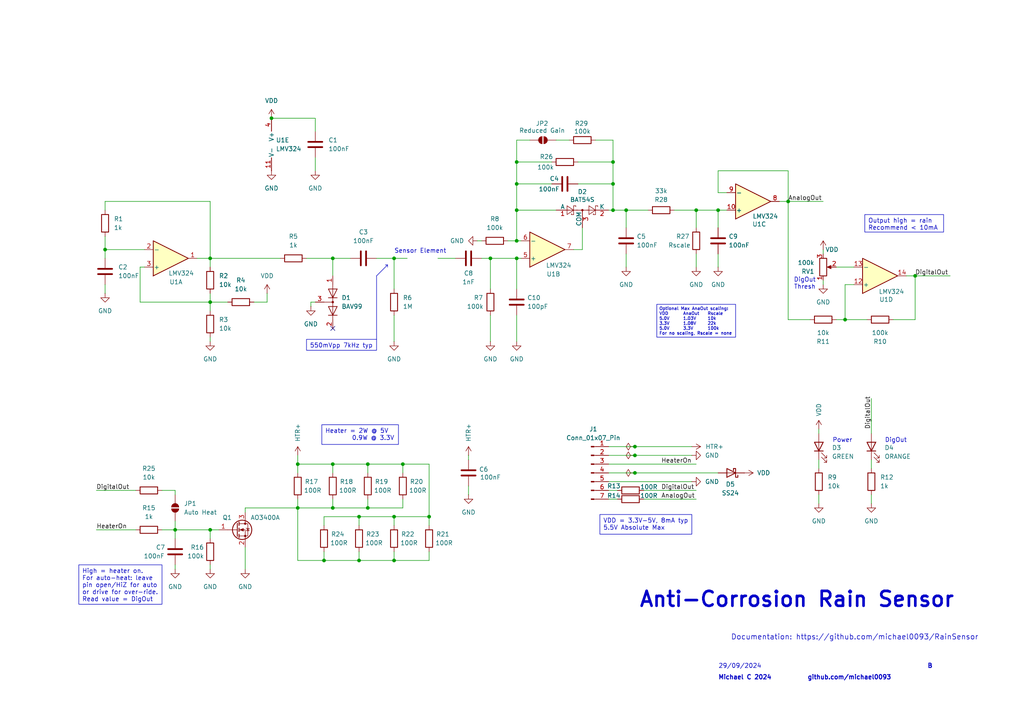
<source format=kicad_sch>
(kicad_sch (version 20231120) (generator "eeschema") (generator_version "8.0")
  (paper "A4")
  (lib_symbols
    (symbol "Amplifier_Operational:LMV324" (pin_names (offset 0.127))
      (property "Reference" "U" (at 0 5.08 0))
      (property "Value" "LMV324" (at 0 -5.08 0))
      (symbol "LMV324_1_1"
        (polyline (pts (xy -5.08 5.08) (xy 5.08 0) (xy -5.08 -5.08) (xy -5.08 5.08)) (stroke (width 0.254)) (fill (type background)))
        (pin output line (at 7.62 0 180) (length 2.54) (name "~") (number "1"))
        (pin input line (at -7.62 -2.54 0) (length 2.54) (name "-") (number "2"))
        (pin input line (at -7.62 2.54 0) (length 2.54) (name "+") (number "3"))
      )
      (symbol "LMV324_2_1"
        (polyline (pts (xy -5.08 5.08) (xy 5.08 0) (xy -5.08 -5.08) (xy -5.08 5.08)) (stroke (width 0.254)) (fill (type background)))
        (pin input line (at -7.62 2.54 0) (length 2.54) (name "+") (number "5"))
        (pin input line (at -7.62 -2.54 0) (length 2.54) (name "-") (number "6"))
        (pin output line (at 7.62 0 180) (length 2.54) (name "~") (number "7"))
      )
      (symbol "LMV324_3_1"
        (polyline (pts (xy -5.08 5.08) (xy 5.08 0) (xy -5.08 -5.08) (xy -5.08 5.08)) (stroke (width 0.254)) (fill (type background)))
        (pin input line (at -7.62 2.54 0) (length 2.54) (name "+") (number "10"))
        (pin output line (at 7.62 0 180) (length 2.54) (name "~") (number "8"))
        (pin input line (at -7.62 -2.54 0) (length 2.54) (name "-") (number "9"))
      )
      (symbol "LMV324_4_1"
        (polyline (pts (xy -5.08 5.08) (xy 5.08 0) (xy -5.08 -5.08) (xy -5.08 5.08)) (stroke (width 0.254)) (fill (type background)))
        (pin input line (at -7.62 2.54 0) (length 2.54) (name "+") (number "12"))
        (pin input line (at -7.62 -2.54 0) (length 2.54) (name "-") (number "13"))
        (pin output line (at 7.62 0 180) (length 2.54) (name "~") (number "14"))
      )
      (symbol "LMV324_5_1"
        (pin power_in line (at -2.54 -7.62 90) (length 3.81) (name "V-") (number "11"))
        (pin power_in line (at -2.54 7.62 270) (length 3.81) (name "V+") (number "4"))
      )
    )
    (symbol "Connector:Conn_01x07_Pin" (pin_names (offset 1.016) hide)
      (property "Reference" "J" (at 0 10.16 0))
      (property "Value" "Conn_01x07_Pin" (at 0 -10.16 0))
      (symbol "Conn_01x07_Pin_1_1"
        (polyline (pts (xy 1.27 -7.62) (xy 0.8636 -7.62)) (stroke (width 0.1524)))
        (polyline (pts (xy 1.27 -5.08) (xy 0.8636 -5.08)) (stroke (width 0.1524)))
        (polyline (pts (xy 1.27 -2.54) (xy 0.8636 -2.54)) (stroke (width 0.1524)))
        (polyline (pts (xy 1.27 0) (xy 0.8636 0)) (stroke (width 0.1524)))
        (polyline (pts (xy 1.27 2.54) (xy 0.8636 2.54)) (stroke (width 0.1524)))
        (polyline (pts (xy 1.27 5.08) (xy 0.8636 5.08)) (stroke (width 0.1524)))
        (polyline (pts (xy 1.27 7.62) (xy 0.8636 7.62)) (stroke (width 0.1524)))
        (rectangle (start 0.8636 -7.493) (end 0 -7.747) (stroke (width 0.1524)) (fill (type outline)))
        (rectangle (start 0.8636 -4.953) (end 0 -5.207) (stroke (width 0.1524)) (fill (type outline)))
        (rectangle (start 0.8636 -2.413) (end 0 -2.667) (stroke (width 0.1524)) (fill (type outline)))
        (rectangle (start 0.8636 0.127) (end 0 -0.127) (stroke (width 0.1524)) (fill (type outline)))
        (rectangle (start 0.8636 2.667) (end 0 2.413) (stroke (width 0.1524)) (fill (type outline)))
        (rectangle (start 0.8636 5.207) (end 0 4.953) (stroke (width 0.1524)) (fill (type outline)))
        (rectangle (start 0.8636 7.747) (end 0 7.493) (stroke (width 0.1524)) (fill (type outline)))
        (pin passive line (at 5.08 7.62 180) (length 3.81) (name "Pin_1") (number "1"))
        (pin passive line (at 5.08 5.08 180) (length 3.81) (name "Pin_2") (number "2"))
        (pin passive line (at 5.08 2.54 180) (length 3.81) (name "Pin_3") (number "3"))
        (pin passive line (at 5.08 0 180) (length 3.81) (name "Pin_4") (number "4"))
        (pin passive line (at 5.08 -2.54 180) (length 3.81) (name "Pin_5") (number "5"))
        (pin passive line (at 5.08 -5.08 180) (length 3.81) (name "Pin_6") (number "6"))
        (pin passive line (at 5.08 -7.62 180) (length 3.81) (name "Pin_7") (number "7"))
      )
    )
    (symbol "Device:C" (pin_numbers hide) (pin_names (offset 0.254))
      (property "Reference" "C" (at 0.635 2.54 0))
      (property "Value" "C" (at 0.635 -2.54 0))
      (symbol "C_0_1"
        (polyline (pts (xy -2.032 -0.762) (xy 2.032 -0.762)) (stroke (width 0.508)))
        (polyline (pts (xy -2.032 0.762) (xy 2.032 0.762)) (stroke (width 0.508)))
      )
      (symbol "C_1_1"
        (pin passive line (at 0 3.81 270) (length 2.794) (name "~") (number "1"))
        (pin passive line (at 0 -3.81 90) (length 2.794) (name "~") (number "2"))
      )
    )
    (symbol "Device:LED" (pin_numbers hide) (pin_names (offset 1.016) hide)
      (property "Reference" "D" (at 0 2.54 0))
      (property "Value" "LED" (at 0 -2.54 0))
      (symbol "LED_0_1"
        (polyline (pts (xy -1.27 -1.27) (xy -1.27 1.27)) (stroke (width 0.254)))
        (polyline (pts (xy -1.27 0) (xy 1.27 0)))
        (polyline (pts (xy 1.27 -1.27) (xy 1.27 1.27) (xy -1.27 0) (xy 1.27 -1.27)) (stroke (width 0.254)))
        (polyline (pts (xy -3.048 -0.762) (xy -4.572 -2.286) (xy -3.81 -2.286) (xy -4.572 -2.286) (xy -4.572 -1.524)))
        (polyline (pts (xy -1.778 -0.762) (xy -3.302 -2.286) (xy -2.54 -2.286) (xy -3.302 -2.286) (xy -3.302 -1.524)))
      )
      (symbol "LED_1_1"
        (pin passive line (at -3.81 0 0) (length 2.54) (name "K") (number "1"))
        (pin passive line (at 3.81 0 180) (length 2.54) (name "A") (number "2"))
      )
    )
    (symbol "Device:R" (pin_numbers hide) (pin_names (offset 0))
      (property "Reference" "R" (at 2.032 0 90))
      (property "Value" "R" (at 0 0 90))
      (symbol "R_0_1"
        (rectangle (start -1.016 -2.54) (end 1.016 2.54) (stroke (width 0.254)))
      )
      (symbol "R_1_1"
        (pin passive line (at 0 3.81 270) (length 1.27) (name "~") (number "1"))
        (pin passive line (at 0 -3.81 90) (length 1.27) (name "~") (number "2"))
      )
    )
    (symbol "Device:R_Potentiometer" (pin_names (offset 1.016) hide)
      (property "Reference" "RV" (at -4.445 0 90))
      (property "Value" "R_Potentiometer" (at -2.54 0 90))
      (symbol "R_Potentiometer_0_1"
        (polyline (pts (xy 2.54 0) (xy 1.524 0)))
        (polyline (pts (xy 1.143 0) (xy 2.286 0.508) (xy 2.286 -0.508) (xy 1.143 0)) (fill (type outline)))
        (rectangle (start 1.016 2.54) (end -1.016 -2.54) (stroke (width 0.254)))
      )
      (symbol "R_Potentiometer_1_1"
        (pin passive line (at 0 3.81 270) (length 1.27) (name "1") (number "1"))
        (pin passive line (at 3.81 0 180) (length 1.27) (name "2") (number "2"))
        (pin passive line (at 0 -3.81 90) (length 1.27) (name "3") (number "3"))
      )
    )
    (symbol "Diode:BAT54S" (pin_names (offset 0))
      (property "Reference" "D" (at 2.54 -5.08 0))
      (property "Value" "BAT54S" (at -6.35 3.175 0))
      (symbol "BAT54S_0_1"
        (polyline (pts (xy -3.81 0) (xy -1.27 0)))
        (polyline (pts (xy -3.175 -1.27) (xy -3.175 -1.016)))
        (polyline (pts (xy -2.54 -1.27) (xy -3.175 -1.27)))
        (polyline (pts (xy -2.54 -1.27) (xy -2.54 1.27)))
        (polyline (pts (xy -2.54 1.27) (xy -1.905 1.27)))
        (polyline (pts (xy -1.905 0) (xy 1.905 0)))
        (polyline (pts (xy -1.905 1.27) (xy -1.905 1.016)))
        (polyline (pts (xy 1.27 0) (xy 3.81 0)))
        (polyline (pts (xy 3.175 -1.27) (xy 3.175 -1.016)))
        (polyline (pts (xy 3.81 -1.27) (xy 3.175 -1.27)))
        (polyline (pts (xy 3.81 -1.27) (xy 3.81 1.27)))
        (polyline (pts (xy 3.81 1.27) (xy 4.445 1.27)))
        (polyline (pts (xy 4.445 1.27) (xy 4.445 1.016)))
        (polyline (pts (xy -4.445 1.27) (xy -4.445 -1.27) (xy -2.54 0) (xy -4.445 1.27)))
        (polyline (pts (xy 1.905 1.27) (xy 1.905 -1.27) (xy 3.81 0) (xy 1.905 1.27)))
        (circle (center 0 0) (radius 0.254) (fill (type outline)))
      )
      (symbol "BAT54S_1_1"
        (pin passive line (at -7.62 0 0) (length 3.81) (name "A") (number "1"))
        (pin passive line (at 7.62 0 180) (length 3.81) (name "K") (number "2"))
        (pin passive line (at 0 -5.08 90) (length 5.08) (name "COM") (number "3"))
      )
    )
    (symbol "Diode:BAV99" (pin_names hide)
      (property "Reference" "D" (at 0 5.08 0))
      (property "Value" "BAV99" (at 0 2.54 0))
      (symbol "BAV99_0_1"
        (polyline (pts (xy -5.08 0) (xy 5.08 0)))
      )
      (symbol "BAV99_1_1"
        (polyline (pts (xy 0 0) (xy 0 -2.54)))
        (polyline (pts (xy -1.27 -1.27) (xy -1.27 1.27) (xy -1.27 1.27)) (stroke (width 0.2032)))
        (polyline (pts (xy 3.81 1.27) (xy 3.81 -1.27) (xy 3.81 -1.27)) (stroke (width 0.2032)))
        (polyline (pts (xy -3.81 1.27) (xy -1.27 0) (xy -3.81 -1.27) (xy -3.81 1.27) (xy -3.81 1.27) (xy -3.81 1.27)) (stroke (width 0.2032)))
        (polyline (pts (xy 1.27 1.27) (xy 3.81 0) (xy 1.27 -1.27) (xy 1.27 1.27) (xy 1.27 1.27) (xy 1.27 1.27)) (stroke (width 0.2032)))
        (circle (center 0 0) (radius 0.254) (fill (type outline)))
        (pin passive line (at -7.62 0 0) (length 2.54) (name "K") (number "1"))
        (pin passive line (at 7.62 0 180) (length 2.54) (name "A") (number "2"))
        (pin passive line (at 0 -5.08 90) (length 2.54) (name "K") (number "3"))
      )
    )
    (symbol "Diode:SS24" (pin_numbers hide) (pin_names (offset 1.016) hide)
      (property "Reference" "D" (at 0 2.54 0))
      (property "Value" "SS24" (at 0 -2.54 0))
      (symbol "SS24_0_1"
        (polyline (pts (xy 1.27 0) (xy -1.27 0)))
        (polyline (pts (xy 1.27 1.27) (xy 1.27 -1.27) (xy -1.27 0) (xy 1.27 1.27)) (stroke (width 0.254)))
        (polyline (pts (xy -1.905 0.635) (xy -1.905 1.27) (xy -1.27 1.27) (xy -1.27 -1.27) (xy -0.635 -1.27) (xy -0.635 -0.635)) (stroke (width 0.254)))
      )
      (symbol "SS24_1_1"
        (pin passive line (at -3.81 0 0) (length 2.54) (name "K") (number "1"))
        (pin passive line (at 3.81 0 180) (length 2.54) (name "A") (number "2"))
      )
    )
    (symbol "Jumper:SolderJumper_2_Open" (pin_numbers hide) (pin_names (offset 0) hide) (exclude_from_sim yes) (in_bom no)
      (property "Reference" "JP" (at 0 2.032 0))
      (property "Value" "SolderJumper_2_Open" (at 0 -2.54 0))
      (symbol "SolderJumper_2_Open_0_1"
        (arc (start -0.254 1.016) (mid -1.2656 0) (end -0.254 -1.016))
        (arc (start -0.254 1.016) (mid -1.2656 0) (end -0.254 -1.016) (fill (type outline)))
        (polyline (pts (xy -0.254 1.016) (xy -0.254 -1.016)))
        (polyline (pts (xy 0.254 1.016) (xy 0.254 -1.016)))
        (arc (start 0.254 -1.016) (mid 1.2656 0) (end 0.254 1.016))
        (arc (start 0.254 -1.016) (mid 1.2656 0) (end 0.254 1.016) (fill (type outline)))
      )
      (symbol "SolderJumper_2_Open_1_1"
        (pin passive line (at -3.81 0 0) (length 2.54) (name "A") (number "1"))
        (pin passive line (at 3.81 0 180) (length 2.54) (name "B") (number "2"))
      )
    )
    (symbol "Transistor_FET:AO3400A" (pin_names hide)
      (property "Reference" "Q" (at 5.08 1.905 0))
      (property "Value" "AO3400A" (at 5.08 0 0))
      (symbol "AO3400A_0_1"
        (polyline (pts (xy 0.254 0) (xy -2.54 0)))
        (polyline (pts (xy 0.254 1.905) (xy 0.254 -1.905)) (stroke (width 0.254)))
        (polyline (pts (xy 0.762 -1.27) (xy 0.762 -2.286)) (stroke (width 0.254)))
        (polyline (pts (xy 0.762 0.508) (xy 0.762 -0.508)) (stroke (width 0.254)))
        (polyline (pts (xy 0.762 2.286) (xy 0.762 1.27)) (stroke (width 0.254)))
        (polyline (pts (xy 2.54 2.54) (xy 2.54 1.778)))
        (polyline (pts (xy 2.54 -2.54) (xy 2.54 0) (xy 0.762 0)))
        (polyline (pts (xy 0.762 -1.778) (xy 3.302 -1.778) (xy 3.302 1.778) (xy 0.762 1.778)))
        (polyline (pts (xy 1.016 0) (xy 2.032 0.381) (xy 2.032 -0.381) (xy 1.016 0)) (fill (type outline)))
        (polyline (pts (xy 2.794 0.508) (xy 2.921 0.381) (xy 3.683 0.381) (xy 3.81 0.254)))
        (polyline (pts (xy 3.302 0.381) (xy 2.921 -0.254) (xy 3.683 -0.254) (xy 3.302 0.381)))
        (circle (center 1.651 0) (radius 2.794) (stroke (width 0.254)))
        (circle (center 2.54 -1.778) (radius 0.254) (fill (type outline)))
        (circle (center 2.54 1.778) (radius 0.254) (fill (type outline)))
      )
      (symbol "AO3400A_1_1"
        (pin input line (at -5.08 0 0) (length 2.54) (name "G") (number "1"))
        (pin passive line (at 2.54 -5.08 90) (length 2.54) (name "S") (number "2"))
        (pin passive line (at 2.54 5.08 270) (length 2.54) (name "D") (number "3"))
      )
    )
    (symbol "power:GND" (power) (pin_numbers hide) (pin_names (offset 0) hide)
      (property "Value" "GND" (at 0 -3.81 0))
      (symbol "GND_0_1"
        (polyline (pts (xy 0 0) (xy 0 -1.27) (xy 1.27 -1.27) (xy 0 -2.54) (xy -1.27 -1.27) (xy 0 -1.27)))
      )
      (symbol "GND_1_1"
        (pin power_in line (at 0 0 270) (length 0) (name "~") (number "1"))
      )
    )
    (symbol "power:PWR_FLAG" (power) (pin_numbers hide) (pin_names (offset 0) hide)
      (property "Value" "PWR_FLAG" (at 0 3.81 0))
      (symbol "PWR_FLAG_0_0"
        (pin power_out line (at 0 0 90) (length 0) (name "~") (number "1"))
      )
      (symbol "PWR_FLAG_0_1"
        (polyline (pts (xy 0 0) (xy 0 1.27) (xy -1.016 1.905) (xy 0 2.54) (xy 1.016 1.905) (xy 0 1.27)))
      )
    )
    (symbol "power:VDD" (power) (pin_numbers hide) (pin_names (offset 0) hide)
      (property "Value" "VDD" (at 0 3.556 0))
      (symbol "VDD_0_1"
        (polyline (pts (xy -0.762 1.27) (xy 0 2.54)))
        (polyline (pts (xy 0 0) (xy 0 2.54)))
        (polyline (pts (xy 0 2.54) (xy 0.762 1.27)))
      )
      (symbol "VDD_1_1"
        (pin power_in line (at 0 0 90) (length 0) (name "~") (number "1"))
      )
    )
  )
  (junction (at 149.86 74.93))
  (junction (at 184.15 129.54))
  (junction (at 208.28 60.96))
  (junction (at 106.68 134.62))
  (junction (at 96.52 74.93))
  (junction (at 228.6 58.42))
  (junction (at 104.14 162.56))
  (junction (at 60.96 87.63))
  (junction (at 177.8 46.99))
  (junction (at 96.52 134.62))
  (junction (at 114.3 74.93))
  (junction (at 86.36 134.62))
  (junction (at 245.11 92.71))
  (junction (at 93.98 162.56))
  (junction (at 142.24 74.93))
  (junction (at 124.46 149.86))
  (junction (at 265.43 80.01))
  (junction (at 78.74 34.29))
  (junction (at 114.3 149.86))
  (junction (at 114.3 162.56))
  (junction (at 181.61 60.96))
  (junction (at 184.15 137.16))
  (junction (at 60.96 74.93))
  (junction (at 177.8 60.96))
  (junction (at 149.86 60.96))
  (junction (at 50.8 153.67))
  (junction (at 86.36 147.32))
  (junction (at 177.8 53.34))
  (junction (at 30.48 72.39))
  (junction (at 201.93 60.96))
  (junction (at 116.84 134.62))
  (junction (at 96.52 147.32))
  (junction (at 104.14 149.86))
  (junction (at 184.15 132.08))
  (junction (at 60.96 153.67))
  (junction (at 149.86 53.34))
  (junction (at 149.86 46.99))
  (junction (at 149.86 69.85))
  (junction (at 106.68 147.32))
  (no_connect (at 96.52 95.25))
  (wire (pts (xy 195.58 60.96) (xy 201.93 60.96)))
  (wire (pts (xy 124.46 162.56) (xy 124.46 160.02)))
  (wire (pts (xy 149.86 46.99) (xy 149.86 53.34)))
  (wire (pts (xy 177.8 60.96) (xy 176.53 60.96)))
  (wire (pts (xy 181.61 60.96) (xy 187.96 60.96)))
  (wire (pts (xy 50.8 142.24) (xy 50.8 143.51)))
  (wire (pts (xy 50.8 163.83) (xy 50.8 165.1)))
  (wire (pts (xy 73.66 87.63) (xy 77.47 87.63)))
  (wire (pts (xy 50.8 153.67) (xy 50.8 156.21)))
  (wire (pts (xy 91.44 38.1) (xy 91.44 34.29)))
  (wire (pts (xy 228.6 58.42) (xy 228.6 49.53)))
  (wire (pts (xy 96.52 144.78) (xy 96.52 147.32)))
  (wire (pts (xy 265.43 80.01) (xy 275.59 80.01)))
  (wire (pts (xy 60.96 74.93) (xy 81.28 74.93)))
  (wire (pts (xy 201.93 60.96) (xy 208.28 60.96)))
  (wire (pts (xy 91.44 87.63) (xy 90.17 87.63)))
  (wire (pts (xy 106.68 134.62) (xy 116.84 134.62)))
  (wire (pts (xy 60.96 74.93) (xy 60.96 58.42)))
  (wire (pts (xy 104.14 149.86) (xy 114.3 149.86)))
  (wire (pts (xy 30.48 72.39) (xy 30.48 74.93)))
  (wire (pts (xy 176.53 142.24) (xy 179.07 142.24)))
  (wire (pts (xy 91.44 49.53) (xy 91.44 45.72)))
  (wire (pts (xy 149.86 91.44) (xy 149.86 99.06)))
  (wire (pts (xy 114.3 162.56) (xy 124.46 162.56)))
  (wire (pts (xy 124.46 134.62) (xy 116.84 134.62)))
  (wire (pts (xy 60.96 85.09) (xy 60.96 87.63)))
  (wire (pts (xy 86.36 137.16) (xy 86.36 134.62)))
  (wire (pts (xy 237.49 125.73) (xy 237.49 124.46)))
  (wire (pts (xy 252.73 143.51) (xy 252.73 146.05)))
  (wire (pts (xy 177.8 40.64) (xy 177.8 46.99)))
  (wire (pts (xy 184.15 132.08) (xy 200.66 132.08)))
  (polyline (pts (xy 111.76 76.835) (xy 112.395 76.835)))
  (wire (pts (xy 60.96 153.67) (xy 60.96 156.21)))
  (wire (pts (xy 181.61 77.47) (xy 181.61 73.66)))
  (wire (pts (xy 186.69 144.78) (xy 201.93 144.78)))
  (wire (pts (xy 57.15 74.93) (xy 60.96 74.93)))
  (wire (pts (xy 226.06 58.42) (xy 228.6 58.42)))
  (wire (pts (xy 30.48 68.58) (xy 30.48 72.39)))
  (wire (pts (xy 116.84 134.62) (xy 116.84 137.16)))
  (wire (pts (xy 27.94 153.67) (xy 39.37 153.67)))
  (wire (pts (xy 176.53 137.16) (xy 184.15 137.16)))
  (wire (pts (xy 124.46 149.86) (xy 124.46 152.4)))
  (wire (pts (xy 93.98 160.02) (xy 93.98 162.56)))
  (wire (pts (xy 96.52 147.32) (xy 86.36 147.32)))
  (wire (pts (xy 91.44 34.29) (xy 78.74 34.29)))
  (wire (pts (xy 166.37 72.39) (xy 168.91 72.39)))
  (wire (pts (xy 86.36 147.32) (xy 86.36 162.56)))
  (wire (pts (xy 149.86 69.85) (xy 151.13 69.85)))
  (wire (pts (xy 167.64 53.34) (xy 177.8 53.34)))
  (wire (pts (xy 30.48 58.42) (xy 30.48 60.96)))
  (wire (pts (xy 262.89 80.01) (xy 265.43 80.01)))
  (wire (pts (xy 149.86 40.64) (xy 149.86 46.99)))
  (wire (pts (xy 135.89 140.97) (xy 135.89 143.51)))
  (wire (pts (xy 93.98 149.86) (xy 104.14 149.86)))
  (wire (pts (xy 181.61 60.96) (xy 181.61 66.04)))
  (wire (pts (xy 208.28 49.53) (xy 208.28 55.88)))
  (wire (pts (xy 27.94 142.24) (xy 39.37 142.24)))
  (wire (pts (xy 114.3 74.93) (xy 109.22 74.93)))
  (wire (pts (xy 60.96 163.83) (xy 60.96 165.1)))
  (wire (pts (xy 201.93 60.96) (xy 201.93 66.04)))
  (wire (pts (xy 50.8 153.67) (xy 46.99 153.67)))
  (wire (pts (xy 90.17 87.63) (xy 90.17 88.9)))
  (wire (pts (xy 176.53 139.7) (xy 200.66 139.7)))
  (wire (pts (xy 104.14 149.86) (xy 104.14 152.4)))
  (wire (pts (xy 71.12 147.32) (xy 86.36 147.32)))
  (wire (pts (xy 252.73 133.35) (xy 252.73 135.89)))
  (wire (pts (xy 251.46 92.71) (xy 245.11 92.71)))
  (wire (pts (xy 86.36 134.62) (xy 96.52 134.62)))
  (wire (pts (xy 106.68 144.78) (xy 106.68 147.32)))
  (wire (pts (xy 96.52 74.93) (xy 101.6 74.93)))
  (wire (pts (xy 114.3 91.44) (xy 114.3 99.06)))
  (wire (pts (xy 86.36 132.08) (xy 86.36 134.62)))
  (wire (pts (xy 96.52 134.62) (xy 96.52 137.16)))
  (wire (pts (xy 106.68 134.62) (xy 106.68 137.16)))
  (wire (pts (xy 60.96 74.93) (xy 60.96 77.47)))
  (wire (pts (xy 176.53 132.08) (xy 184.15 132.08)))
  (wire (pts (xy 104.14 162.56) (xy 114.3 162.56)))
  (wire (pts (xy 149.86 74.93) (xy 149.86 83.82)))
  (wire (pts (xy 160.02 53.34) (xy 149.86 53.34)))
  (wire (pts (xy 228.6 49.53) (xy 208.28 49.53)))
  (wire (pts (xy 237.49 133.35) (xy 237.49 135.89)))
  (wire (pts (xy 116.84 147.32) (xy 106.68 147.32)))
  (wire (pts (xy 181.61 60.96) (xy 177.8 60.96)))
  (wire (pts (xy 127 74.93) (xy 132.08 74.93)))
  (wire (pts (xy 104.14 160.02) (xy 104.14 162.56)))
  (wire (pts (xy 208.28 55.88) (xy 210.82 55.88)))
  (wire (pts (xy 71.12 158.75) (xy 71.12 165.1)))
  (wire (pts (xy 60.96 87.63) (xy 60.96 90.17)))
  (wire (pts (xy 30.48 72.39) (xy 41.91 72.39)))
  (wire (pts (xy 40.64 77.47) (xy 40.64 87.63)))
  (polyline (pts (xy 112.395 76.835) (xy 112.395 77.47)))
  (wire (pts (xy 71.12 148.59) (xy 71.12 147.32)))
  (wire (pts (xy 172.72 40.64) (xy 177.8 40.64)))
  (wire (pts (xy 93.98 162.56) (xy 104.14 162.56)))
  (wire (pts (xy 60.96 58.42) (xy 30.48 58.42)))
  (wire (pts (xy 149.86 46.99) (xy 160.02 46.99)))
  (wire (pts (xy 93.98 152.4) (xy 93.98 149.86)))
  (wire (pts (xy 96.52 80.01) (xy 96.52 74.93)))
  (wire (pts (xy 41.91 77.47) (xy 40.64 77.47)))
  (wire (pts (xy 208.28 60.96) (xy 210.82 60.96)))
  (wire (pts (xy 96.52 134.62) (xy 106.68 134.62)))
  (wire (pts (xy 184.15 137.16) (xy 208.28 137.16)))
  (wire (pts (xy 40.64 87.63) (xy 60.96 87.63)))
  (wire (pts (xy 252.73 115.57) (xy 252.73 125.73)))
  (wire (pts (xy 60.96 97.79) (xy 60.96 99.06)))
  (wire (pts (xy 50.8 151.13) (xy 50.8 153.67)))
  (wire (pts (xy 86.36 144.78) (xy 86.36 147.32)))
  (wire (pts (xy 176.53 144.78) (xy 179.07 144.78)))
  (wire (pts (xy 114.3 160.02) (xy 114.3 162.56)))
  (wire (pts (xy 114.3 74.93) (xy 118.11 74.93)))
  (wire (pts (xy 138.43 69.85) (xy 139.7 69.85)))
  (wire (pts (xy 176.53 129.54) (xy 184.15 129.54)))
  (wire (pts (xy 245.11 82.55) (xy 247.65 82.55)))
  (wire (pts (xy 114.3 149.86) (xy 124.46 149.86)))
  (wire (pts (xy 96.52 74.93) (xy 88.9 74.93)))
  (wire (pts (xy 149.86 40.64) (xy 153.67 40.64)))
  (wire (pts (xy 238.76 72.39) (xy 238.76 73.66)))
  (wire (pts (xy 124.46 134.62) (xy 124.46 149.86)))
  (wire (pts (xy 142.24 74.93) (xy 149.86 74.93)))
  (wire (pts (xy 208.28 60.96) (xy 208.28 66.04)))
  (wire (pts (xy 86.36 162.56) (xy 93.98 162.56)))
  (wire (pts (xy 161.29 40.64) (xy 165.1 40.64)))
  (wire (pts (xy 116.84 144.78) (xy 116.84 147.32)))
  (wire (pts (xy 265.43 80.01) (xy 265.43 92.71)))
  (wire (pts (xy 135.89 132.08) (xy 135.89 133.35)))
  (polyline (pts (xy 109.22 98.425) (xy 109.22 80.01)))
  (wire (pts (xy 149.86 60.96) (xy 149.86 69.85)))
  (wire (pts (xy 66.04 87.63) (xy 60.96 87.63)))
  (wire (pts (xy 142.24 91.44) (xy 142.24 99.06)))
  (wire (pts (xy 238.76 82.55) (xy 238.76 81.28)))
  (wire (pts (xy 114.3 83.82) (xy 114.3 74.93)))
  (wire (pts (xy 184.15 129.54) (xy 200.66 129.54)))
  (wire (pts (xy 30.48 82.55) (xy 30.48 85.09)))
  (wire (pts (xy 63.5 153.67) (xy 60.96 153.67)))
  (wire (pts (xy 106.68 147.32) (xy 96.52 147.32)))
  (wire (pts (xy 176.53 134.62) (xy 201.93 134.62)))
  (wire (pts (xy 46.99 142.24) (xy 50.8 142.24)))
  (wire (pts (xy 142.24 83.82) (xy 142.24 74.93)))
  (wire (pts (xy 265.43 92.71) (xy 259.08 92.71)))
  (wire (pts (xy 149.86 74.93) (xy 151.13 74.93)))
  (wire (pts (xy 161.29 60.96) (xy 149.86 60.96)))
  (wire (pts (xy 147.32 69.85) (xy 149.86 69.85)))
  (wire (pts (xy 228.6 58.42) (xy 238.76 58.42)))
  (wire (pts (xy 186.69 142.24) (xy 201.93 142.24)))
  (wire (pts (xy 60.96 153.67) (xy 50.8 153.67)))
  (wire (pts (xy 234.95 92.71) (xy 228.6 92.71)))
  (wire (pts (xy 168.91 72.39) (xy 168.91 66.04)))
  (wire (pts (xy 177.8 53.34) (xy 177.8 60.96)))
  (wire (pts (xy 242.57 77.47) (xy 247.65 77.47)))
  (wire (pts (xy 142.24 74.93) (xy 139.7 74.93)))
  (wire (pts (xy 208.28 77.47) (xy 208.28 73.66)))
  (wire (pts (xy 177.8 46.99) (xy 177.8 53.34)))
  (wire (pts (xy 237.49 143.51) (xy 237.49 146.05)))
  (polyline (pts (xy 109.22 80.01) (xy 112.395 76.835)))
  (wire (pts (xy 77.47 87.63) (xy 77.47 85.09)))
  (wire (pts (xy 201.93 73.66) (xy 201.93 77.47)))
  (wire (pts (xy 149.86 53.34) (xy 149.86 60.96)))
  (wire (pts (xy 114.3 149.86) (xy 114.3 152.4)))
  (wire (pts (xy 242.57 92.71) (xy 245.11 92.71)))
  (wire (pts (xy 245.11 92.71) (xy 245.11 82.55)))
  (wire (pts (xy 228.6 92.71) (xy 228.6 58.42)))
  (wire (pts (xy 167.64 46.99) (xy 177.8 46.99)))
  (text_box "Optional Max AnaOut scaling:\nVDD		AnaOut	Rscale\n5.0V	1.03V	10k\n3.3V	1.08V	22k\n5.0V	3.3V	100k\nFor no scaling, Rscale = none" (at 190.5 88.265 0) (size 22.86 9.525) (effects (font (size 0.889 0.889)) (justify left top)))
  (text_box "Heater = 2W @ 5V \n        0.9W @ 3.3V" (at 93.345 123.19 0) (size 22.225 5.715) (effects (font (size 1.27 1.27)) (justify left top)))
  (text_box "Output high = rain\nRecommend < 10mA" (at 250.825 62.23 0) (size 22.86 5.08) (effects (font (size 1.27 1.27)) (justify left top)))
  (text_box "VDD = 3.3V-5V, 8mA typ\n5.5V Absolute Max" (at 173.99 149.225 0) (size 26.67 5.715) (effects (font (size 1.27 1.27)) (justify left top)))
  (text_box "550mVpp 7kHz typ" (at 88.9 98.425 0) (size 20.32 3.175) (effects (font (size 1.27 1.27)) (justify left top)))
  (text_box "High = heater on.\nFor auto-heat: leave pin open/HiZ for auto or drive for over-ride. Read value = DigOut" (at 22.86 163.83 0) (size 24.13 11.43) (effects (font (size 1.27 1.27)) (justify left top)))
  (text "29/09/2024" (at 214.63 193.294 0) (effects (font (size 1.27 1.27))))
  (text "Documentation: https://github.com/michael0093/RainSensor" (at 247.904 184.912 0) (effects (font (size 1.524 1.524))))
  (text "Power" (at 244.348 127.762 0) (effects (font (size 1.27 1.27))))
  (text "DigOut" (at 259.842 127.762 0) (effects (font (size 1.27 1.27))))
  (text "B" (at 269.748 193.294 0) (effects (font (size 1.27 1.27) (thickness 0.254) (bold yes))))
  (text "Michael C 2024           github.com/michael0093" (at 233.426 196.596 0) (effects (font (size 1.27 1.27) (thickness 0.254) (bold yes))))
  (text "Sensor Element" (at 121.92 72.898 0) (effects (font (size 1.27 1.27))))
  (text "Anti-Corrosion Rain Sensor" (at 231.14 173.99 0) (effects (font (size 4.318 4.318) (thickness 0.762) (bold yes))))
  (text "DigOut\nThresh" (at 233.426 82.296 0) (effects (font (size 1.27 1.27))))
  (label "HeaterOn" (at 36.83 153.67 180))
  (label "AnalogOut" (at 191.77 144.78 0))
  (label "DigitalOut" (at 191.77 142.24 0))
  (label "AnalogOut" (at 228.6 58.42 0))
  (label "HeaterOn" (at 191.77 134.62 0))
  (label "DigitalOut" (at 27.94 142.24 0))
  (label "DigitalOut" (at 252.73 124.46 90))
  (label "DigitalOut" (at 265.43 80.01 0))
  (symbol (lib_id "Device:R") (at 255.27 92.71 90) (mirror x) (unit 1)
    (property "Reference" "R10" (at 255.27 99.06 90))
    (property "Value" "100k" (at 255.27 96.52 90))
    (property "Footprint" "Resistor_SMD:R_0603_1608Metric" (effects (hide yes)))
    (property "Description" "Resistor" (effects (hide yes)))
  )
  (symbol (lib_id "power:GND") (at 200.66 132.08 90) (mirror x) (unit 1)
    (property "Reference" "#PWR017" (effects (hide yes)))
    (property "Value" "GND" (at 204.47 132.0799 90) (effects (justify right)))
    (property "Description" "Power symbol creates a global label with name \"GND\" , ground" (effects (hide yes)))
  )
  (symbol (lib_id "Device:C") (at 50.8 160.02 0) (mirror x) (unit 1)
    (property "Reference" "C7" (at 45.212 158.75 0) (effects (justify left)))
    (property "Value" "100nF" (at 41.656 161.29 0) (effects (justify left)))
    (property "Footprint" "Capacitor_SMD:C_0603_1608Metric" (effects (hide yes)))
    (property "Description" "Unpolarized capacitor" (effects (hide yes)))
  )
  (symbol (lib_id "Device:C") (at 30.48 78.74 0) (unit 1)
    (property "Reference" "C2" (at 34.29 77.4699 0) (effects (justify left)))
    (property "Value" "100nF" (at 34.29 80.0099 0) (effects (justify left)))
    (property "Footprint" "Capacitor_SMD:C_0603_1608Metric" (effects (hide yes)))
    (property "Description" "Unpolarized capacitor" (effects (hide yes)))
  )
  (symbol (lib_id "Device:C") (at 135.89 137.16 0) (unit 1)
    (property "Reference" "C6" (at 138.938 136.144 0) (effects (justify left)))
    (property "Value" "100nF" (at 139.192 138.43 0) (effects (justify left)))
    (property "Footprint" "Capacitor_SMD:C_0603_1608Metric" (effects (hide yes)))
    (property "Description" "Unpolarized capacitor" (effects (hide yes)))
  )
  (symbol (lib_id "power:GND") (at 135.89 143.51 0) (mirror y) (unit 1)
    (property "Reference" "#PWR025" (effects (hide yes)))
    (property "Value" "GND" (at 135.89 148.59 0))
    (property "Description" "Power symbol creates a global label with name \"GND\" , ground" (effects (hide yes)))
  )
  (symbol (lib_id "power:GND") (at 252.73 146.05 0) (mirror y) (unit 1)
    (property "Reference" "#PWR021" (effects (hide yes)))
    (property "Value" "GND" (at 252.73 151.13 0))
    (property "Description" "Power symbol creates a global label with name \"GND\" , ground" (effects (hide yes)))
  )
  (symbol (lib_id "Amplifier_Operational:LMV324") (at 49.53 74.93 0) (mirror x) (unit 1)
    (property "Reference" "U1" (at 51.054 81.788 0))
    (property "Value" "LMV324" (at 52.578 79.248 0))
    (property "Footprint" "Package_SO:SOIC-14_3.9x8.7mm_P1.27mm" (effects (hide yes)))
    (property "Datasheet" "http://www.ti.com/lit/ds/symlink/lmv324.pdf" (effects (hide yes)))
    (property "Description" "Quad Low-Voltage Rail-to-Rail Output Operational Amplifier, SOIC-14/SSOP-14" (effects (hide yes)))
  )
  (symbol (lib_id "power:GND") (at 30.48 85.09 0) (unit 1)
    (property "Reference" "#PWR03" (effects (hide yes)))
    (property "Value" "GND" (at 30.48 90.17 0))
    (property "Description" "Power symbol creates a global label with name \"GND\" , ground" (effects (hide yes)))
  )
  (symbol (lib_id "power:GND") (at 71.12 165.1 0) (unit 1)
    (property "Reference" "#PWR022" (effects (hide yes)))
    (property "Value" "GND" (at 71.12 170.18 0))
    (property "Description" "Power symbol creates a global label with name \"GND\" , ground" (effects (hide yes)))
  )
  (symbol (lib_id "Device:R") (at 124.46 156.21 180) (unit 1)
    (property "Reference" "R21" (at 126.492 154.94 0) (effects (justify right)))
    (property "Value" "100R" (at 126.238 157.48 0) (effects (justify right)))
    (property "Footprint" "Resistor_SMD:R_1206_3216Metric" (effects (hide yes)))
    (property "Description" "Resistor" (effects (hide yes)))
  )
  (symbol (lib_id "Device:R") (at 69.85 87.63 90) (unit 1)
    (property "Reference" "R4" (at 69.85 81.28 90))
    (property "Value" "10k" (at 69.85 83.82 90))
    (property "Footprint" "Resistor_SMD:R_0603_1608Metric" (effects (hide yes)))
    (property "Description" "Resistor" (effects (hide yes)))
  )
  (symbol (lib_id "Device:R") (at 238.76 92.71 90) (mirror x) (unit 1)
    (property "Reference" "R11" (at 238.76 99.06 90))
    (property "Value" "10k" (at 238.76 96.52 90))
    (property "Footprint" "Resistor_SMD:R_0603_1608Metric" (effects (hide yes)))
    (property "Description" "Resistor" (effects (hide yes)))
  )
  (symbol (lib_id "Device:R") (at 60.96 160.02 0) (mirror x) (unit 1)
    (property "Reference" "R16" (at 59.182 158.75 0) (effects (justify right)))
    (property "Value" "100k" (at 59.182 161.29 0) (effects (justify right)))
    (property "Footprint" "Resistor_SMD:R_0603_1608Metric" (effects (hide yes)))
    (property "Description" "Resistor" (effects (hide yes)))
  )
  (symbol (lib_id "power:PWR_FLAG") (at 184.15 137.16 90) (unit 1)
    (property "Reference" "#FLG03" (effects (hide yes)))
    (property "Value" "PWR_FLAG" (effects (hide yes)))
    (property "Description" "Special symbol for telling ERC where power comes from" (effects (hide yes)))
  )
  (symbol (lib_id "Device:R") (at 142.24 87.63 180) (unit 1)
    (property "Reference" "R7" (at 137.414 86.36 0) (effects (justify right)))
    (property "Value" "100k" (at 135.382 88.9 0) (effects (justify right)))
    (property "Footprint" "Resistor_SMD:R_0603_1608Metric" (effects (hide yes)))
    (property "Description" "Resistor" (effects (hide yes)))
  )
  (symbol (lib_id "Device:C") (at 163.83 53.34 90) (unit 1)
    (property "Reference" "C4" (at 160.782 51.816 90))
    (property "Value" "100nF" (at 159.258 54.864 90))
    (property "Footprint" "Capacitor_SMD:C_0603_1608Metric" (effects (hide yes)))
    (property "Description" "Unpolarized capacitor" (effects (hide yes)))
  )
  (symbol (lib_id "power:GND") (at 50.8 165.1 0) (unit 1)
    (property "Reference" "#PWR024" (effects (hide yes)))
    (property "Value" "GND" (at 50.8 170.18 0))
    (property "Description" "Power symbol creates a global label with name \"GND\" , ground" (effects (hide yes)))
  )
  (symbol (lib_id "Device:C") (at 149.86 87.63 0) (unit 1)
    (property "Reference" "C10" (at 152.908 86.36 0) (effects (justify left)))
    (property "Value" "100pF" (at 152.908 88.9 0) (effects (justify left)))
    (property "Footprint" "Capacitor_SMD:C_0603_1608Metric" (effects (hide yes)))
    (property "Description" "Unpolarized capacitor" (effects (hide yes)))
  )
  (symbol (lib_id "Device:C") (at 91.44 41.91 0) (unit 1)
    (property "Reference" "C1" (at 95.25 40.6399 0) (effects (justify left)))
    (property "Value" "100nF" (at 95.25 43.1799 0) (effects (justify left)))
    (property "Footprint" "Capacitor_SMD:C_0603_1608Metric" (effects (hide yes)))
    (property "Description" "Unpolarized capacitor" (effects (hide yes)))
  )
  (symbol (lib_id "Device:R") (at 116.84 140.97 180) (unit 1)
    (property "Reference" "R20" (at 118.872 139.7 0) (effects (justify right)))
    (property "Value" "100R" (at 118.618 142.24 0) (effects (justify right)))
    (property "Footprint" "Resistor_SMD:R_1206_3216Metric" (effects (hide yes)))
    (property "Description" "Resistor" (effects (hide yes)))
  )
  (symbol (lib_id "power:GND") (at 114.3 99.06 0) (unit 1)
    (property "Reference" "#PWR08" (effects (hide yes)))
    (property "Value" "GND" (at 114.3 104.14 0))
    (property "Description" "Power symbol creates a global label with name \"GND\" , ground" (effects (hide yes)))
  )
  (symbol (lib_id "power:VDD") (at 200.66 129.54 270) (unit 1)
    (property "Reference" "#PWR016" (effects (hide yes)))
    (property "Value" "HTR+" (at 207.264 129.54 90))
    (property "Description" "Power symbol creates a global label with name \"VDD\"" (effects (hide yes)))
  )
  (symbol (lib_id "power:GND") (at 138.43 69.85 270) (mirror x) (unit 1)
    (property "Reference" "#PWR010" (effects (hide yes)))
    (property "Value" "GND" (at 134.62 69.8499 90) (effects (justify right)))
    (property "Description" "Power symbol creates a global label with name \"GND\" , ground" (effects (hide yes)))
  )
  (symbol (lib_id "Device:R") (at 60.96 93.98 0) (unit 1)
    (property "Reference" "R3" (at 63.5 92.7099 0) (effects (justify left)))
    (property "Value" "10k" (at 63.5 95.2499 0) (effects (justify left)))
    (property "Footprint" "Resistor_SMD:R_0603_1608Metric" (effects (hide yes)))
    (property "Description" "Resistor" (effects (hide yes)))
  )
  (symbol (lib_id "Device:R") (at 252.73 139.7 0) (unit 1)
    (property "Reference" "R12" (at 255.27 138.4299 0) (effects (justify left)))
    (property "Value" "1k" (at 255.27 140.9699 0) (effects (justify left)))
    (property "Footprint" "Resistor_SMD:R_0603_1608Metric" (effects (hide yes)))
    (property "Description" "Resistor" (effects (hide yes)))
  )
  (symbol (lib_id "Device:R") (at 85.09 74.93 90) (unit 1)
    (property "Reference" "R5" (at 85.09 68.58 90))
    (property "Value" "1k" (at 85.09 71.12 90))
    (property "Footprint" "Resistor_SMD:R_0603_1608Metric" (effects (hide yes)))
    (property "Description" "Resistor" (effects (hide yes)))
  )
  (symbol (lib_id "power:GND") (at 60.96 99.06 0) (unit 1)
    (property "Reference" "#PWR04" (effects (hide yes)))
    (property "Value" "GND" (at 60.96 104.14 0))
    (property "Description" "Power symbol creates a global label with name \"GND\" , ground" (effects (hide yes)))
  )
  (symbol (lib_id "Device:R") (at 201.93 69.85 180) (unit 1)
    (property "Reference" "R27" (at 196.088 68.58 0) (effects (justify right)))
    (property "Value" "Rscale" (at 193.802 71.12 0) (effects (justify right)))
    (property "Footprint" "Resistor_SMD:R_0603_1608Metric" (effects (hide yes)))
    (property "Description" "Resistor" (effects (hide yes)))
  )
  (symbol (lib_id "power:GND") (at 60.96 165.1 0) (unit 1)
    (property "Reference" "#PWR023" (effects (hide yes)))
    (property "Value" "GND" (at 60.96 170.18 0))
    (property "Description" "Power symbol creates a global label with name \"GND\" , ground" (effects (hide yes)))
  )
  (symbol (lib_id "Device:C") (at 208.28 69.85 0) (unit 1)
    (property "Reference" "C9" (at 211.328 68.58 0) (effects (justify left)))
    (property "Value" "100nF" (at 211.328 71.12 0) (effects (justify left)))
    (property "Footprint" "Capacitor_SMD:C_0603_1608Metric" (effects (hide yes)))
    (property "Description" "Unpolarized capacitor" (effects (hide yes)))
  )
  (symbol (lib_id "power:GND") (at 200.66 139.7 90) (mirror x) (unit 1)
    (property "Reference" "#PWR014" (effects (hide yes)))
    (property "Value" "GND" (at 204.47 139.6999 90) (effects (justify right)))
    (property "Description" "Power symbol creates a global label with name \"GND\" , ground" (effects (hide yes)))
  )
  (symbol (lib_id "Device:R") (at 96.52 140.97 180) (unit 1)
    (property "Reference" "R18" (at 98.552 139.7 0) (effects (justify right)))
    (property "Value" "100R" (at 98.298 142.24 0) (effects (justify right)))
    (property "Footprint" "Resistor_SMD:R_1206_3216Metric" (effects (hide yes)))
    (property "Description" "Resistor" (effects (hide yes)))
  )
  (symbol (lib_id "Device:R") (at 30.48 64.77 0) (unit 1)
    (property "Reference" "R1" (at 33.02 63.4999 0) (effects (justify left)))
    (property "Value" "1k" (at 33.02 66.0399 0) (effects (justify left)))
    (property "Footprint" "Resistor_SMD:R_0603_1608Metric" (effects (hide yes)))
    (property "Description" "Resistor" (effects (hide yes)))
  )
  (symbol (lib_id "Amplifier_Operational:LMV324") (at 81.28 41.91 0) (unit 5)
    (property "Reference" "U1" (at 80.01 40.6399 0) (effects (justify left)))
    (property "Value" "LMV324" (at 80.01 43.1799 0) (effects (justify left)))
    (property "Footprint" "Package_SO:SOIC-14_3.9x8.7mm_P1.27mm" (effects (hide yes)))
    (property "Datasheet" "http://www.ti.com/lit/ds/symlink/lmv324.pdf" (effects (hide yes)))
    (property "Description" "Quad Low-Voltage Rail-to-Rail Output Operational Amplifier, SOIC-14/SSOP-14" (effects (hide yes)))
  )
  (symbol (lib_id "Device:C") (at 181.61 69.85 0) (unit 1)
    (property "Reference" "C5" (at 184.658 68.58 0) (effects (justify left)))
    (property "Value" "100nF" (at 184.658 71.12 0) (effects (justify left)))
    (property "Footprint" "Capacitor_SMD:C_0603_1608Metric" (effects (hide yes)))
    (property "Description" "Unpolarized capacitor" (effects (hide yes)))
  )
  (symbol (lib_id "Jumper:SolderJumper_2_Open") (at 50.8 147.32 90) (unit 1) (exclude_from_sim yes) (in_bom no)
    (property "Reference" "JP1" (at 53.34 146.0499 90) (effects (justify right)))
    (property "Value" "Auto Heat" (at 53.34 148.5899 90) (effects (justify right)))
    (property "Footprint" "Jumper:SolderJumper-2_P1.3mm_Open_TrianglePad1.0x1.5mm" (effects (hide yes)))
    (property "Description" "Solder Jumper, 2-pole, open" (effects (hide yes)))
  )
  (symbol (lib_id "Device:R") (at 143.51 69.85 90) (unit 1)
    (property "Reference" "R8" (at 143.51 63.5 90))
    (property "Value" "100k" (at 143.51 66.04 90))
    (property "Footprint" "Resistor_SMD:R_0603_1608Metric" (effects (hide yes)))
    (property "Description" "Resistor" (effects (hide yes)))
  )
  (symbol (lib_id "Device:R") (at 114.3 156.21 180) (unit 1)
    (property "Reference" "R22" (at 116.332 154.94 0) (effects (justify right)))
    (property "Value" "100R" (at 116.078 157.48 0) (effects (justify right)))
    (property "Footprint" "Resistor_SMD:R_1206_3216Metric" (effects (hide yes)))
    (property "Description" "Resistor" (effects (hide yes)))
  )
  (symbol (lib_id "power:GND") (at 90.17 88.9 0) (unit 1)
    (property "Reference" "#PWR07" (effects (hide yes)))
    (property "Value" "GND" (at 90.17 93.98 0))
    (property "Description" "Power symbol creates a global label with name \"GND\" , ground" (effects (hide yes)))
  )
  (symbol (lib_id "Amplifier_Operational:LMV324") (at 158.75 72.39 0) (mirror x) (unit 2)
    (property "Reference" "U1" (at 160.528 79.502 0))
    (property "Value" "LMV324" (at 162.052 76.962 0))
    (property "Footprint" "Package_SO:SOIC-14_3.9x8.7mm_P1.27mm" (effects (hide yes)))
    (property "Datasheet" "http://www.ti.com/lit/ds/symlink/lmv324.pdf" (effects (hide yes)))
    (property "Description" "Quad Low-Voltage Rail-to-Rail Output Operational Amplifier, SOIC-14/SSOP-14" (effects (hide yes)))
  )
  (symbol (lib_id "Connector:Conn_01x07_Pin") (at 171.45 137.16 0) (unit 1)
    (property "Reference" "J1" (at 172.085 124.46 0))
    (property "Value" "Conn_01x07_Pin" (at 172.085 127 0))
    (property "Footprint" "Connector_Harwin:Harwin_M20-89007xx_1x07_P2.54mm_Horizontal" (effects (hide yes)))
    (property "Description" "Generic connector, single row, 01x07, script generated" (effects (hide yes)))
  )
  (symbol (lib_id "Device:C") (at 105.41 74.93 90) (unit 1)
    (property "Reference" "C3" (at 105.41 67.31 90))
    (property "Value" "100nF" (at 105.41 69.85 90))
    (property "Footprint" "Capacitor_SMD:C_0603_1608Metric" (effects (hide yes)))
    (property "Description" "Unpolarized capacitor" (effects (hide yes)))
  )
  (symbol (lib_id "power:GND") (at 238.76 82.55 0) (mirror y) (unit 1)
    (property "Reference" "#PWR012" (effects (hide yes)))
    (property "Value" "GND" (at 238.76 87.63 0))
    (property "Description" "Power symbol creates a global label with name \"GND\" , ground" (effects (hide yes)))
  )
  (symbol (lib_id "Device:R") (at 191.77 60.96 270) (unit 1)
    (property "Reference" "R28" (at 191.77 57.912 90))
    (property "Value" "33k" (at 191.77 55.372 90))
    (property "Footprint" "Resistor_SMD:R_0603_1608Metric" (effects (hide yes)))
    (property "Description" "Resistor" (effects (hide yes)))
  )
  (symbol (lib_id "Transistor_FET:AO3400A") (at 68.58 153.67 0) (unit 1)
    (property "Reference" "Q1" (at 64.516 150.114 0) (effects (justify left)))
    (property "Value" "AO3400A" (at 72.644 150.114 0) (effects (justify left)))
    (property "Footprint" "Package_TO_SOT_SMD:SOT-23" (effects (hide yes)))
    (property "Datasheet" "http://www.aosmd.com/pdfs/datasheet/AO3400A.pdf" (effects (hide yes)))
    (property "Description" "30V Vds, 5.7A Id, N-Channel MOSFET, SOT-23" (effects (hide yes)))
  )
  (symbol (lib_id "Device:R") (at 106.68 140.97 180) (unit 1)
    (property "Reference" "R19" (at 108.712 139.7 0) (effects (justify right)))
    (property "Value" "100R" (at 108.458 142.24 0) (effects (justify right)))
    (property "Footprint" "Resistor_SMD:R_1206_3216Metric" (effects (hide yes)))
    (property "Description" "Resistor" (effects (hide yes)))
  )
  (symbol (lib_id "power:PWR_FLAG") (at 184.15 132.08 90) (unit 1)
    (property "Reference" "#FLG02" (effects (hide yes)))
    (property "Value" "PWR_FLAG" (effects (hide yes)))
    (property "Description" "Special symbol for telling ERC where power comes from" (effects (hide yes)))
  )
  (symbol (lib_id "power:PWR_FLAG") (at 184.15 129.54 90) (unit 1)
    (property "Reference" "#FLG01" (effects (hide yes)))
    (property "Value" "PWR_FLAG" (effects (hide yes)))
    (property "Description" "Special symbol for telling ERC where power comes from" (effects (hide yes)))
  )
  (symbol (lib_id "Device:R") (at 86.36 140.97 180) (unit 1)
    (property "Reference" "R17" (at 88.392 139.7 0) (effects (justify right)))
    (property "Value" "100R" (at 88.138 142.24 0) (effects (justify right)))
    (property "Footprint" "Resistor_SMD:R_1206_3216Metric" (effects (hide yes)))
    (property "Description" "Resistor" (effects (hide yes)))
  )
  (symbol (lib_id "Device:R") (at 237.49 139.7 0) (unit 1)
    (property "Reference" "R9" (at 240.03 138.4299 0) (effects (justify left)))
    (property "Value" "10k" (at 240.03 140.9699 0) (effects (justify left)))
    (property "Footprint" "Resistor_SMD:R_0603_1608Metric" (effects (hide yes)))
    (property "Description" "Resistor" (effects (hide yes)))
  )
  (symbol (lib_id "power:GND") (at 142.24 99.06 0) (mirror y) (unit 1)
    (property "Reference" "#PWR09" (effects (hide yes)))
    (property "Value" "GND" (at 142.24 104.14 0))
    (property "Description" "Power symbol creates a global label with name \"GND\" , ground" (effects (hide yes)))
  )
  (symbol (lib_id "Device:R") (at 93.98 156.21 180) (unit 1)
    (property "Reference" "R24" (at 96.012 154.94 0) (effects (justify right)))
    (property "Value" "100R" (at 95.758 157.48 0) (effects (justify right)))
    (property "Footprint" "Resistor_SMD:R_1206_3216Metric" (effects (hide yes)))
    (property "Description" "Resistor" (effects (hide yes)))
  )
  (symbol (lib_id "Device:R") (at 182.88 144.78 90) (unit 1)
    (property "Reference" "R14" (at 178.054 143.764 90))
    (property "Value" "100R" (at 188.214 143.764 90))
    (property "Footprint" "Resistor_SMD:R_0603_1608Metric" (effects (hide yes)))
    (property "Description" "Resistor" (effects (hide yes)))
  )
  (symbol (lib_id "power:VDD") (at 77.47 85.09 0) (unit 1)
    (property "Reference" "#PWR06" (effects (hide yes)))
    (property "Value" "VDD" (at 77.47 80.01 0))
    (property "Description" "Power symbol creates a global label with name \"VDD\"" (effects (hide yes)))
  )
  (symbol (lib_id "Device:R") (at 104.14 156.21 180) (unit 1)
    (property "Reference" "R23" (at 106.172 154.94 0) (effects (justify right)))
    (property "Value" "100R" (at 105.918 157.48 0) (effects (justify right)))
    (property "Footprint" "Resistor_SMD:R_1206_3216Metric" (effects (hide yes)))
    (property "Description" "Resistor" (effects (hide yes)))
  )
  (symbol (lib_id "power:VDD") (at 238.76 72.39 0) (unit 1)
    (property "Reference" "#PWR013" (effects (hide yes)))
    (property "Value" "VDD" (at 241.3 72.39 0))
    (property "Description" "Power symbol creates a global label with name \"VDD\"" (effects (hide yes)))
  )
  (symbol (lib_id "Device:R") (at 182.88 142.24 90) (unit 1)
    (property "Reference" "R13" (at 178.054 140.97 90))
    (property "Value" "100R" (at 188.214 141.224 90))
    (property "Footprint" "Resistor_SMD:R_0603_1608Metric" (effects (hide yes)))
    (property "Description" "Resistor" (effects (hide yes)))
  )
  (symbol (lib_id "Device:C") (at 135.89 74.93 270) (unit 1)
    (property "Reference" "C8" (at 135.89 79.248 90))
    (property "Value" "1nF" (at 135.89 81.788 90))
    (property "Footprint" "Capacitor_SMD:C_0603_1608Metric" (effects (hide yes)))
    (property "Description" "Unpolarized capacitor" (effects (hide yes)))
  )
  (symbol (lib_id "Device:R") (at 168.91 40.64 90) (unit 1)
    (property "Reference" "R29" (at 168.656 35.814 90))
    (property "Value" "100k" (at 168.91 38.1 90))
    (property "Footprint" "Resistor_SMD:R_0603_1608Metric" (effects (hide yes)))
    (property "Description" "Resistor" (effects (hide yes)))
  )
  (symbol (lib_id "Device:LED") (at 237.49 129.54 90) (unit 1)
    (property "Reference" "D3" (at 241.3 129.8574 90) (effects (justify right)))
    (property "Value" "GREEN" (at 241.3 132.3974 90) (effects (justify right)))
    (property "Footprint" "LED_SMD:LED_0603_1608Metric" (effects (hide yes)))
    (property "Description" "Light emitting diode" (effects (hide yes)))
  )
  (symbol (lib_id "power:GND") (at 149.86 99.06 0) (mirror y) (unit 1)
    (property "Reference" "#PWR029" (effects (hide yes)))
    (property "Value" "GND" (at 149.86 104.14 0))
    (property "Description" "Power symbol creates a global label with name \"GND\" , ground" (effects (hide yes)))
  )
  (symbol (lib_id "power:GND") (at 208.28 77.47 0) (mirror y) (unit 1)
    (property "Reference" "#PWR027" (effects (hide yes)))
    (property "Value" "GND" (at 208.28 82.55 0))
    (property "Description" "Power symbol creates a global label with name \"GND\" , ground" (effects (hide yes)))
  )
  (symbol (lib_id "Amplifier_Operational:LMV324") (at 218.44 58.42 0) (mirror x) (unit 3)
    (property "Reference" "U1" (at 220.218 65.024 0))
    (property "Value" "LMV324" (at 221.996 62.738 0))
    (property "Footprint" "Package_SO:SOIC-14_3.9x8.7mm_P1.27mm" (effects (hide yes)))
    (property "Datasheet" "http://www.ti.com/lit/ds/symlink/lmv324.pdf" (effects (hide yes)))
    (property "Description" "Quad Low-Voltage Rail-to-Rail Output Operational Amplifier, SOIC-14/SSOP-14" (effects (hide yes)))
  )
  (symbol (lib_id "power:GND") (at 201.93 77.47 0) (mirror y) (unit 1)
    (property "Reference" "#PWR028" (effects (hide yes)))
    (property "Value" "GND" (at 201.93 82.55 0))
    (property "Description" "Power symbol creates a global label with name \"GND\" , ground" (effects (hide yes)))
  )
  (symbol (lib_id "power:VDD") (at 215.9 137.16 270) (unit 1)
    (property "Reference" "#PWR015" (effects (hide yes)))
    (property "Value" "VDD" (at 221.488 137.16 90))
    (property "Description" "Power symbol creates a global label with name \"VDD\"" (effects (hide yes)))
  )
  (symbol (lib_id "power:GND") (at 181.61 77.47 0) (mirror y) (unit 1)
    (property "Reference" "#PWR011" (effects (hide yes)))
    (property "Value" "GND" (at 181.61 82.55 0))
    (property "Description" "Power symbol creates a global label with name \"GND\" , ground" (effects (hide yes)))
  )
  (symbol (lib_id "power:VDD") (at 237.49 124.46 0) (unit 1)
    (property "Reference" "#PWR019" (effects (hide yes)))
    (property "Value" "VDD" (at 237.49 118.872 90))
    (property "Description" "Power symbol creates a global label with name \"VDD\"" (effects (hide yes)))
  )
  (symbol (lib_id "Device:R") (at 163.83 46.99 90) (unit 1)
    (property "Reference" "R26" (at 158.496 45.466 90))
    (property "Value" "100k" (at 158.242 48.514 90))
    (property "Footprint" "Resistor_SMD:R_0603_1608Metric" (effects (hide yes)))
    (property "Description" "Resistor" (effects (hide yes)))
  )
  (symbol (lib_id "Device:R") (at 60.96 81.28 0) (unit 1)
    (property "Reference" "R2" (at 63.5 80.0099 0) (effects (justify left)))
    (property "Value" "10k" (at 63.5 82.5499 0) (effects (justify left)))
    (property "Footprint" "Resistor_SMD:R_0603_1608Metric" (effects (hide yes)))
    (property "Description" "Resistor" (effects (hide yes)))
  )
  (symbol (lib_id "Diode:SS24") (at 212.09 137.16 180) (unit 1)
    (property "Reference" "D5" (at 211.836 140.462 0))
    (property "Value" "SS24" (at 211.836 143.002 0))
    (property "Footprint" "Diode_SMD:D_SMA" (effects (hide yes)))
    (property "Datasheet" "https://www.vishay.com/docs/88748/ss22.pdf" (effects (hide yes)))
    (property "Description" "40V 2A Schottky Diode, SMA" (effects (hide yes)))
  )
  (symbol (lib_id "Device:R") (at 43.18 142.24 270) (mirror x) (unit 1)
    (property "Reference" "R25" (at 43.18 135.89 90))
    (property "Value" "10k" (at 43.18 138.43 90))
    (property "Footprint" "Resistor_SMD:R_0603_1608Metric" (effects (hide yes)))
    (property "Description" "Resistor" (effects (hide yes)))
  )
  (symbol (lib_id "power:GND") (at 237.49 146.05 0) (mirror y) (unit 1)
    (property "Reference" "#PWR020" (effects (hide yes)))
    (property "Value" "GND" (at 237.49 151.13 0))
    (property "Description" "Power symbol creates a global label with name \"GND\" , ground" (effects (hide yes)))
  )
  (symbol (lib_id "Device:R_Potentiometer") (at 238.76 77.47 0) (mirror x) (unit 1)
    (property "Reference" "RV1" (at 236.22 78.7401 0) (effects (justify right)))
    (property "Value" "100k" (at 236.22 76.2001 0) (effects (justify right)))
    (property "Footprint" "Potentiometer_SMD:Potentiometer_Bourns_TC33X_Vertical" (effects (hide yes)))
    (property "Description" "Potentiometer" (effects (hide yes)))
  )
  (symbol (lib_id "power:VDD") (at 86.36 132.08 0) (unit 1)
    (property "Reference" "#PWR018" (effects (hide yes)))
    (property "Value" "HTR+" (at 86.36 125.476 90))
    (property "Description" "Power symbol creates a global label with name \"VDD\"" (effects (hide yes)))
  )
  (symbol (lib_id "Device:LED") (at 252.73 129.54 90) (unit 1)
    (property "Reference" "D4" (at 256.54 129.8574 90) (effects (justify right)))
    (property "Value" "ORANGE" (at 256.54 132.3974 90) (effects (justify right)))
    (property "Footprint" "LED_SMD:LED_0603_1608Metric" (effects (hide yes)))
    (property "Description" "Light emitting diode" (effects (hide yes)))
  )
  (symbol (lib_id "Jumper:SolderJumper_2_Open") (at 157.48 40.64 180) (unit 1) (exclude_from_sim yes) (in_bom no)
    (property "Reference" "JP2" (at 157.226 35.814 0))
    (property "Value" "Reduced Gain" (at 157.226 37.846 0))
    (property "Footprint" "Jumper:SolderJumper-2_P1.3mm_Open_TrianglePad1.0x1.5mm" (effects (hide yes)))
    (property "Description" "Solder Jumper, 2-pole, open" (effects (hide yes)))
  )
  (symbol (lib_id "Device:R") (at 114.3 87.63 180) (unit 1)
    (property "Reference" "R6" (at 116.84 86.3599 0) (effects (justify right)))
    (property "Value" "1M" (at 116.84 88.8999 0) (effects (justify right)))
    (property "Footprint" "Resistor_SMD:R_0603_1608Metric" (effects (hide yes)))
    (property "Description" "Resistor" (effects (hide yes)))
  )
  (symbol (lib_id "power:VDD") (at 135.89 132.08 0) (unit 1)
    (property "Reference" "#PWR026" (effects (hide yes)))
    (property "Value" "HTR+" (at 135.89 125.476 90))
    (property "Description" "Power symbol creates a global label with name \"VDD\"" (effects (hide yes)))
  )
  (symbol (lib_id "power:GND") (at 91.44 49.53 0) (unit 1)
    (property "Reference" "#PWR02" (effects (hide yes)))
    (property "Value" "GND" (at 91.44 54.61 0))
    (property "Description" "Power symbol creates a global label with name \"GND\" , ground" (effects (hide yes)))
  )
  (symbol (lib_id "power:GND") (at 78.74 49.53 0) (unit 1)
    (property "Reference" "#PWR01" (effects (hide yes)))
    (property "Value" "GND" (at 78.74 54.61 0))
    (property "Description" "Power symbol creates a global label with name \"GND\" , ground" (effects (hide yes)))
  )
  (symbol (lib_id "Diode:BAV99") (at 96.52 87.63 270) (unit 1)
    (property "Reference" "D1" (at 99.06 86.3599 90) (effects (justify left)))
    (property "Value" "BAV99" (at 99.06 88.8999 90) (effects (justify left)))
    (property "Footprint" "Package_TO_SOT_SMD:SOT-23" (effects (hide yes)))
    (property "Datasheet" "https://assets.nexperia.com/documents/data-sheet/BAV99_SER.pdf" (effects (hide yes)))
    (property "Description" "BAV99 High-speed switching diodes, SOT-23" (effects (hide yes)))
  )
  (symbol (lib_id "Diode:BAT54S") (at 168.91 60.96 0) (unit 1)
    (property "Reference" "D2" (at 168.91 55.626 0))
    (property "Value" "BAT54S" (at 168.91 57.912 0))
    (property "Footprint" "Package_TO_SOT_SMD:SOT-23" (effects (hide yes)))
    (property "Datasheet" "https://www.diodes.com/assets/Datasheets/ds11005.pdf" (effects (hide yes)))
    (property "Description" "Vr 30V, If 200mA, Dual schottky barrier diode, in series, SOT-323" (effects (hide yes)))
  )
  (symbol (lib_id "Amplifier_Operational:LMV324") (at 255.27 80.01 0) (mirror x) (unit 4)
    (property "Reference" "U1" (at 257.048 86.868 0))
    (property "Value" "LMV324" (at 258.572 84.582 0))
    (property "Footprint" "Package_SO:SOIC-14_3.9x8.7mm_P1.27mm" (effects (hide yes)))
    (property "Datasheet" "http://www.ti.com/lit/ds/symlink/lmv324.pdf" (effects (hide yes)))
    (property "Description" "Quad Low-Voltage Rail-to-Rail Output Operational Amplifier, SOIC-14/SSOP-14" (effects (hide yes)))
  )
  (symbol (lib_id "Device:R") (at 43.18 153.67 270) (mirror x) (unit 1)
    (property "Reference" "R15" (at 43.18 147.32 90))
    (property "Value" "1k" (at 43.18 149.86 90))
    (property "Footprint" "Resistor_SMD:R_0603_1608Metric" (effects (hide yes)))
    (property "Description" "Resistor" (effects (hide yes)))
  )
  (symbol (lib_id "power:VDD") (at 78.74 34.29 0) (unit 1)
    (property "Reference" "#PWR05" (effects (hide yes)))
    (property "Value" "VDD" (at 78.74 29.21 0))
    (property "Description" "Power symbol creates a global label with name \"VDD\"" (effects (hide yes)))
  )
)
</source>
